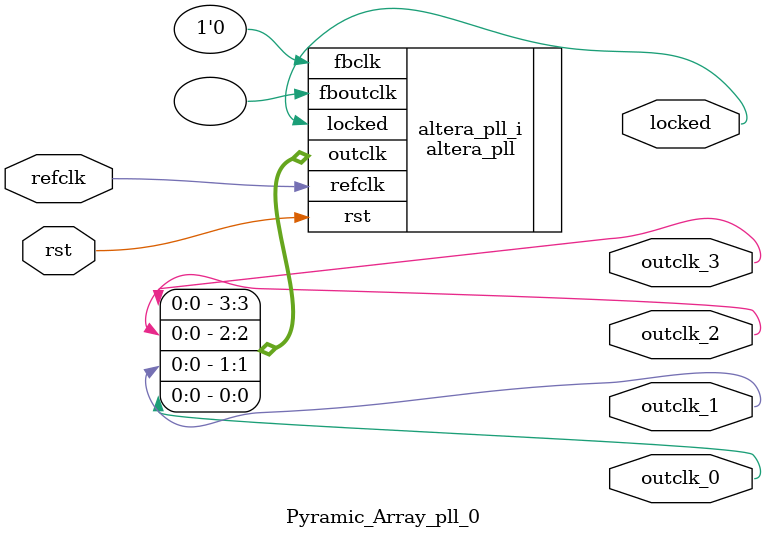
<source format=v>
`timescale 1ns/10ps
module  Pyramic_Array_pll_0(

	// interface 'refclk'
	input wire refclk,

	// interface 'reset'
	input wire rst,

	// interface 'outclk0'
	output wire outclk_0,

	// interface 'outclk1'
	output wire outclk_1,

	// interface 'outclk2'
	output wire outclk_2,

	// interface 'outclk3'
	output wire outclk_3,

	// interface 'locked'
	output wire locked
);

	altera_pll #(
		.fractional_vco_multiplier("false"),
		.reference_clock_frequency("50.0 MHz"),
		.operation_mode("normal"),
		.number_of_clocks(4),
		.output_clock_frequency0("50.000000 MHz"),
		.phase_shift0("0 ps"),
		.duty_cycle0(50),
		.output_clock_frequency1("100.000000 MHz"),
		.phase_shift1("0 ps"),
		.duty_cycle1(50),
		.output_clock_frequency2("100.000000 MHz"),
		.phase_shift2("-3750 ps"),
		.duty_cycle2(50),
		.output_clock_frequency3("12.500000 MHz"),
		.phase_shift3("0 ps"),
		.duty_cycle3(50),
		.output_clock_frequency4("0 MHz"),
		.phase_shift4("0 ps"),
		.duty_cycle4(50),
		.output_clock_frequency5("0 MHz"),
		.phase_shift5("0 ps"),
		.duty_cycle5(50),
		.output_clock_frequency6("0 MHz"),
		.phase_shift6("0 ps"),
		.duty_cycle6(50),
		.output_clock_frequency7("0 MHz"),
		.phase_shift7("0 ps"),
		.duty_cycle7(50),
		.output_clock_frequency8("0 MHz"),
		.phase_shift8("0 ps"),
		.duty_cycle8(50),
		.output_clock_frequency9("0 MHz"),
		.phase_shift9("0 ps"),
		.duty_cycle9(50),
		.output_clock_frequency10("0 MHz"),
		.phase_shift10("0 ps"),
		.duty_cycle10(50),
		.output_clock_frequency11("0 MHz"),
		.phase_shift11("0 ps"),
		.duty_cycle11(50),
		.output_clock_frequency12("0 MHz"),
		.phase_shift12("0 ps"),
		.duty_cycle12(50),
		.output_clock_frequency13("0 MHz"),
		.phase_shift13("0 ps"),
		.duty_cycle13(50),
		.output_clock_frequency14("0 MHz"),
		.phase_shift14("0 ps"),
		.duty_cycle14(50),
		.output_clock_frequency15("0 MHz"),
		.phase_shift15("0 ps"),
		.duty_cycle15(50),
		.output_clock_frequency16("0 MHz"),
		.phase_shift16("0 ps"),
		.duty_cycle16(50),
		.output_clock_frequency17("0 MHz"),
		.phase_shift17("0 ps"),
		.duty_cycle17(50),
		.pll_type("General"),
		.pll_subtype("General")
	) altera_pll_i (
		.rst	(rst),
		.outclk	({outclk_3, outclk_2, outclk_1, outclk_0}),
		.locked	(locked),
		.fboutclk	( ),
		.fbclk	(1'b0),
		.refclk	(refclk)
	);
endmodule


</source>
